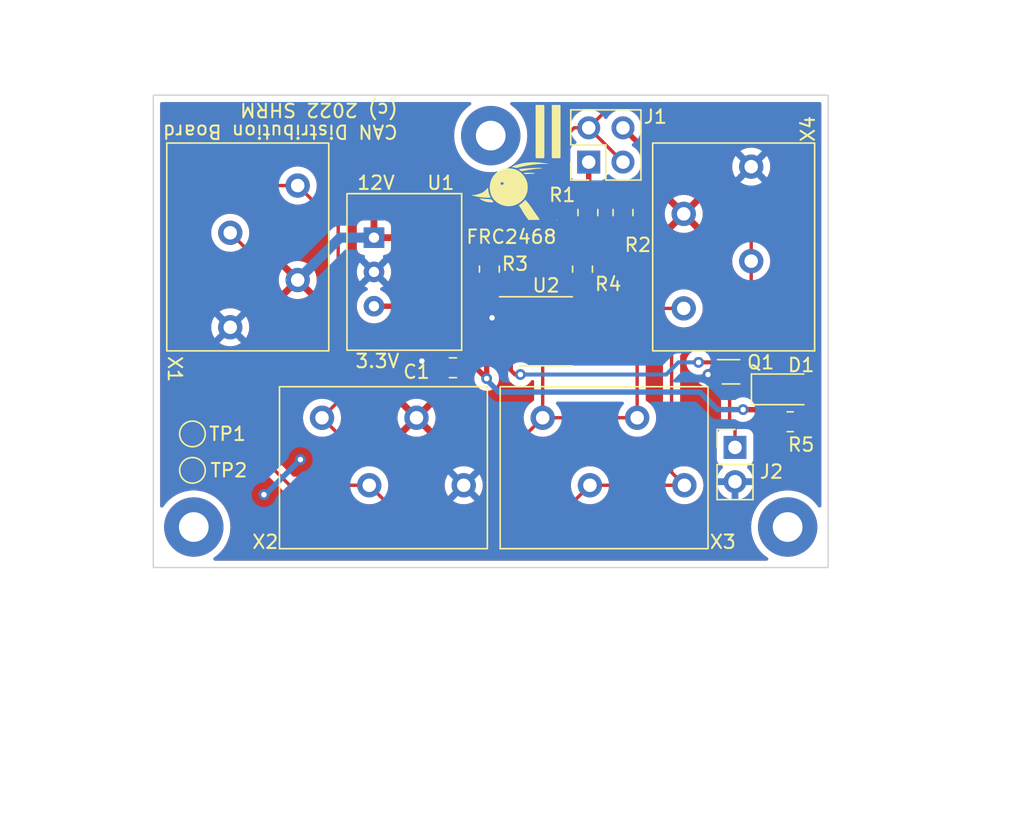
<source format=kicad_pcb>
(kicad_pcb (version 20211014) (generator pcbnew)
  (layers (0 "F.Cu" signal) (31 "B.Cu" signal) (34 "B.Paste" user) (35 "F.Paste" user) (36 "B.SilkS" user "B.Silkscreen") (37 "F.SilkS" user "F.Silkscreen") (38 "B.Mask" user) (39 "F.Mask" user) (44 "Edge.Cuts" user))
  (net 0 "")
  (net 1 "Net-(D1-Pad1)")
  (net 2 "Net-(D1-Pad2)")
  (net 3 "Net-(J1-Pad1)")
  (net 4 "/CAN_L")
  (net 5 "Net-(J1-Pad4)")
  (net 6 "/CAN_RX")
  (net 7 "GND")
  (net 8 "/CAN_H")
  (net 9 "+3.3V")
  (net 10 "Net-(R3-Pad2)")
  (net 11 "Net-(R4-Pad2)")
  (net 12 "+BATT")
  (footprint "Capacitor_SMD:C_0805_2012Metric" (layer "F.Cu") (at 116.2 105.3 180)
    (fp_text reference "C1" (at 2.7 -0.3) (layer "F.SilkS"))
    (fp_text value "0.1U" hide)
    (fp_line (start -0.261252 -0.735) (end 0.261252 -0.735) (layer "F.SilkS") (width 0.12))
    (fp_line (start -0.261252 0.735) (end 0.261252 0.735) (layer "F.SilkS") (width 0.12))
    (pad "1" smd roundrect (at -0.95 0 180) (size 1 1.45) (layers "F.Cu" "F.Paste" "F.Mask") (net 9 "+3.3V"))
    (pad "2" smd roundrect (at 0.95 0 180) (size 1 1.45) (layers "F.Cu" "F.Paste" "F.Mask") (net 7 "GND"))
  )
  (footprint "Resistor_SMD:R_0805_2012Metric" (layer "F.Cu") (at 141.1875 109.3)
    (fp_text reference "R5" (at 0.8125 1.7 180) (layer "F.SilkS"))
    (fp_text value "120" hide)
    (fp_line (start -0.227064 -0.735) (end 0.227064 -0.735) (layer "F.SilkS") (width 0.12))
    (fp_line (start -0.227064 0.735) (end 0.227064 0.735) (layer "F.SilkS") (width 0.12))
    (pad "1" smd roundrect (at -0.9125 0) (size 1.025 1.4) (layers "F.Cu" "F.Paste" "F.Mask") (roundrect_rratio 0.243902439) (net 9 "+3.3V"))
    (pad "2" smd roundrect (at 0.9125 0) (size 1.025 1.4) (layers "F.Cu" "F.Paste" "F.Mask") (roundrect_rratio 0.243902439) (net 2 "Net-(D1-Pad2)"))
  )
  (footprint "Resistor_SMD:R_0805_2012Metric" (layer "F.Cu") (at 126.2 93.8 90)
    (fp_text reference "R1" (at 1.3 -1.9 180) (layer "F.SilkS"))
    (fp_text value "120" hide)
    (fp_line (start -0.227064 0.735) (end 0.227064 0.735) (layer "F.SilkS") (width 0.12))
    (fp_line (start -0.227064 -0.735) (end 0.227064 -0.735) (layer "F.SilkS") (width 0.12))
    (pad "1" smd roundrect (at -0.9125 0 90) (size 1.025 1.4) (layers "F.Cu" "F.Paste" "F.Mask") (roundrect_rratio 0.243902439) (net 8 "/CAN_H"))
    (pad "2" smd roundrect (at 0.9125 0 90) (size 1.025 1.4) (layers "F.Cu" "F.Paste" "F.Mask") (roundrect_rratio 0.243902439) (net 3 "Net-(J1-Pad1)"))
  )
  (footprint "Appreciate:WAGO 250-204" (layer "F.Cu") (at 121.15 118.705)
    (fp_text reference "X3" (at 15.05 -0.505 unlocked) (layer "F.SilkS"))
    (fp_text value "WAGO_250-204" hide)
    (fp_rect (start -1.45 0) (end 13.95 -12) (layer "F.SilkS") (width 0.12) (fill none))
    (pad "1" thru_hole circle (at 1.7 -9.7) (size 1.8 1.8) (drill 1) (layers *.Cu *.Mask) (net 8 "/CAN_H"))
    (pad "2" thru_hole circle (at 5.2 -4.7) (size 1.8 1.8) (drill 1) (layers *.Cu *.Mask) (net 4 "/CAN_L"))
    (pad "3" thru_hole circle (at 8.7 -9.7) (size 1.8 1.8) (drill 1) (layers *.Cu *.Mask) (net 8 "/CAN_H"))
    (pad "4" thru_hole circle (at 12.2 -4.7) (size 1.8 1.8) (drill 1) (layers *.Cu *.Mask) (net 4 "/CAN_L"))
  )
  (footprint "Appreciate:WAGO 250-204" (layer "F.Cu") (at 104.8 118.705)
    (fp_text reference "X2" (at -2.5 -0.505 unlocked) (layer "F.SilkS"))
    (fp_text value "WAGO_250-204" hide)
    (fp_rect (start -1.45 0) (end 13.95 -12) (layer "F.SilkS") (width 0.12) (fill none))
    (pad "1" thru_hole circle (at 1.7 -9.7) (size 1.8 1.8) (drill 1) (layers *.Cu *.Mask) (net 8 "/CAN_H"))
    (pad "2" thru_hole circle (at 5.2 -4.7) (size 1.8 1.8) (drill 1) (layers *.Cu *.Mask) (net 4 "/CAN_L"))
    (pad "3" thru_hole circle (at 8.7 -9.7) (size 1.8 1.8) (drill 1) (layers *.Cu *.Mask) (net 12 "+BATT"))
    (pad "4" thru_hole circle (at 12.2 -4.7) (size 1.8 1.8) (drill 1) (layers *.Cu *.Mask) (net 7 "GND"))
  )
  (footprint "Appreciate:WAGO 250-204" (layer "F.Cu") (at 95 90.1 -90)
    (fp_text reference "X1" (at 15.3 -0.6 -90 unlocked) (layer "F.SilkS"))
    (fp_text value "WAGO_250-204" hide)
    (fp_rect (start -1.45 0) (end 13.95 -12) (layer "F.SilkS") (width 0.12) (fill none))
    (pad "1" thru_hole circle (at 1.7 -9.7 270) (size 1.8 1.8) (drill 1) (layers *.Cu *.Mask) (net 8 "/CAN_H"))
    (pad "2" thru_hole circle (at 5.2 -4.7 270) (size 1.8 1.8) (drill 1) (layers *.Cu *.Mask) (net 4 "/CAN_L"))
    (pad "3" thru_hole circle (at 8.7 -9.7 270) (size 1.8 1.8) (drill 1) (layers *.Cu *.Mask) (net 12 "+BATT"))
    (pad "4" thru_hole circle (at 12.2 -4.7 270) (size 1.8 1.8) (drill 1) (layers *.Cu *.Mask) (net 7 "GND"))
  )
  (footprint "Appreciate:R-78E" (layer "F.Cu") (at 110.35 98.2 -90)
    (fp_text reference "U1" (at -6.6 -4.95 unlocked) (layer "F.SilkS"))
    (fp_text value "R-78E" hide)
    (fp_text user "12V" (at -6.604 -0.15 unlocked) (layer "F.SilkS"))
    (fp_text user "3.3V" (at 6.604 -0.25 unlocked) (layer "F.SilkS"))
    (fp_rect (start -5.8 -6.5) (end 5.8 2) (layer "F.SilkS") (width 0.12) (fill none))
    (pad "1" thru_hole rect (at -2.54 0 270) (size 1.524 1.524) (drill 0.762) (layers *.Cu *.Mask) (net 12 "+BATT"))
    (pad "2" thru_hole circle (at 0 0 270) (size 1.524 1.524) (drill 0.762) (layers *.Cu *.Mask) (net 7 "GND"))
    (pad "3" thru_hole circle (at 2.54 0 270) (size 1.524 1.524) (drill 0.762) (layers *.Cu *.Mask) (net 9 "+3.3V"))
  )
  (footprint "LOGO" (layer "F.Cu") (at 120.7 92.1)
    (fp_text reference "G***" hide)
    (fp_text value "LOGO" hide)
    (fp_poly (pts (xy 1.913529 -1.612956) (xy 2.027994 -1.608028) (xy 2.095237 -1.598176) (xy 2.10874 -1.585518) (xy 2.068515 -1.567943) (xy 1.985846 -1.556428) (xy 1.915173 -1.553808) (xy 1.783659 -1.547239) (xy 1.603859 -1.528767) (xy 1.389396 -1.500244) (xy 1.153894 -1.463519) (xy 0.910978 -1.420444) (xy 0.855456 -1.409827) (xy 0.721232 -1.384099) (xy 0.633459 -1.370926) (xy 0.576174 -1.371583) (xy 0.533419 -1.387349) (xy 0.489233 -1.419501) (xy 0.462668 -1.44126) (xy 0.370405 -1.516694) (xy 0.510234 -1.533172) (xy 0.715192 -1.554849) (xy 0.932945 -1.573567) (xy 1.154917 -1.589047) (xy 1.372535 -1.601006) (xy 1.577225 -1.609165) (xy 1.760414 -1.613242)) (layer "F.SilkS") (width 0) (fill solid))
    (fp_poly (pts (xy -2.457553 0.652201) (xy -2.387091 0.663295) (xy -2.270955 0.675428) (xy -2.126832 0.68694) (xy -2.009205 0.694266) (xy -1.853049 0.703776) (xy -1.746381 0.71433) (xy -1.675307 0.729251) (xy -1.625933 0.75186) (xy -1.584368 0.785478) (xy -1.570379 0.799171) (xy -1.520224 0.86201) (xy -1.502998 0.910599) (xy -1.505305 0.918085) (xy -1.54761 0.936206) (xy -1.634964 0.945402) (xy -1.74955 0.945105) (xy -1.87355 0.93475) (xy -1.902621 0.930722) (xy -2.078791 0.892148) (xy -2.246978 0.834097) (xy -2.385556 0.764848) (xy -2.442371 0.724087) (xy -2.552684 0.629352)) (layer "F.SilkS") (width 0) (fill solid))
    (fp_poly (pts (xy 1.173233 -1.252933) (xy 1.31073 -1.247596) (xy 1.431621 -1.238651) (xy 1.519947 -1.226466) (xy 1.558521 -1.212921) (xy 1.569023 -1.190641) (xy 1.538199 -1.178305) (xy 1.456856 -1.173453) (xy 1.409526 -1.173058) (xy 1.269146 -1.169573) (xy 1.109184 -1.160852) (xy 1.011253 -1.153033) (xy 0.880632 -1.145606) (xy 0.804317 -1.15397) (xy 0.778178 -1.171223) (xy 0.76954 -1.218598) (xy 0.776355 -1.230886) (xy 0.820691 -1.243641) (xy 0.912254 -1.251322) (xy 1.035088 -1.254298)) (layer "F.SilkS") (width 0) (fill solid))
    (fp_poly (pts (xy -0.174329 -1.565625) (xy 0.092865 -1.505977) (xy 0.338788 -1.400343) (xy 0.550834 -1.250438) (xy 0.560158 -1.241962) (xy 0.769832 -1.009562) (xy 0.92166 -0.753375) (xy 1.014415 -0.477375) (xy 1.046871 -0.185536) (xy 1.017802 0.118168) (xy 1.002047 0.190262) (xy 0.908848 0.447122) (xy 0.764851 0.676312) (xy 0.578424 0.872996) (xy 0.357936 1.032337) (xy 0.111758 1.149496) (xy -0.151741 1.219637) (xy -0.424193 1.237923) (xy -0.697227 1.199516) (xy -0.729338 1.19095) (xy -1.024576 1.07954) (xy -1.273816 0.925399) (xy -1.475151 0.73102) (xy -1.626672 0.498897) (xy -1.726471 0.231521) (xy -1.772638 -0.068613) (xy -1.77578 -0.176069) (xy -1.745777 -0.469817) (xy -1.742358 -0.480644) (xy -0.972056 -0.480644) (xy -0.965159 -0.416207) (xy -0.953516 -0.399037) (xy -0.893254 -0.356969) (xy -0.856179 -0.348814) (xy -0.790577 -0.371688) (xy -0.758842 -0.399037) (xy -0.737006 -0.463426) (xy -0.765568 -0.521108) (xy -0.832697 -0.553139) (xy -0.856179 -0.554931) (xy -0.931786 -0.533202) (xy -0.972056 -0.480644) (xy -1.742358 -0.480644) (xy -1.658908 -0.744942) (xy -1.519881 -0.993923) (xy -1.333405 -1.209237) (xy -1.104187 -1.383361) (xy -0.977475 -1.451471) (xy -0.722106 -1.54009) (xy -0.450188 -1.577569)) (layer "F.SilkS") (width 0) (fill solid))
    (fp_poly (pts (xy 1.627634 -2.02484) (xy 1.949354 -2.004754) (xy 2.228638 -1.968782) (xy 2.36816 -1.944348) (xy 2.482738 -1.922503) (xy 2.559029 -1.905904) (xy 2.583677 -1.898054) (xy 2.561392 -1.893352) (xy 2.490418 -1.893076) (xy 2.385332 -1.897221) (xy 2.368648 -1.898158) (xy 2.126491 -1.901289) (xy 1.840713 -1.886985) (xy 1.528084 -1.857171) (xy 1.205376 -1.813773) (xy 0.889361 -1.758717) (xy 0.602497 -1.695351) (xy 0.488544 -1.667613) (xy 0.386995 -1.644032) (xy 0.343833 -1.634676) (xy 0.264235 -1.615959) (xy 0.216991 -1.601841) (xy 0.155679 -1.603951) (xy 0.126842 -1.617076) (xy 0.059482 -1.640975) (xy -0.006056 -1.648453) (xy -0.085112 -1.656603) (xy -0.108825 -1.678049) (xy -0.083236 -1.710144) (xy -0.014384 -1.750238) (xy 0.09169 -1.795684) (xy 0.228945 -1.843833) (xy 0.391341 -1.892037) (xy 0.572838 -1.937646) (xy 0.729003 -1.970734) (xy 0.996295 -2.007858) (xy 1.302893 -2.025884)) (layer "F.SilkS") (width 0) (fill solid))
    (fp_poly (pts (xy 0.88727 0.753121) (xy 0.908075 0.804896) (xy 0.943384 0.850559) (xy 1.029779 0.944312) (xy 1.114021 1.044918) (xy 1.204288 1.163249) (xy 1.30876 1.310174) (xy 1.435617 1.496563) (xy 1.484506 1.569663) (xy 1.58425 1.717382) (xy 1.673212 1.845563) (xy 1.744981 1.945253) (xy 1.793145 2.007493) (xy 1.809833 2.024178) (xy 1.83729 2.060575) (xy 1.839201 2.075789) (xy 1.861461 2.12897) (xy 1.886767 2.156305) (xy 1.92663 2.20208) (xy 1.934333 2.223608) (xy 1.90457 2.233803) (xy 1.823057 2.242178) (xy 1.701453 2.247988) (xy 1.551418 2.250484) (xy 1.51417 2.250512) (xy 1.094008 2.249587) (xy 0.951311 2.054533) (xy 0.880561 1.956296) (xy 0.824738 1.875959) (xy 0.794465 1.828861) (xy 0.792759 1.825557) (xy 0.767178 1.780665) (xy 0.719805 1.704357) (xy 0.689701 1.657497) (xy 0.639685 1.577327) (xy 0.608141 1.520543) (xy 0.602497 1.505589) (xy 0.585915 1.471465) (xy 0.546065 1.408532) (xy 0.497788 1.338676) (xy 0.455929 1.283778) (xy 0.441632 1.268415) (xy 0.416051 1.227929) (xy 0.403751 1.19905) (xy 0.407925 1.154888) (xy 0.458598 1.105243) (xy 0.522017 1.06468) (xy 0.6266 0.989783) (xy 0.732759 0.89313) (xy 0.773323 0.848651) (xy 0.834204 0.782378) (xy 0.875588 0.749448)) (layer "F.SilkS") (width 0) (fill solid))
    (fp_poly (pts (xy -1.906157 -0.098666) (xy -1.885249 -0.028186) (xy -1.87277 0.063709) (xy -1.871344 0.101983) (xy -1.858463 0.192614) (xy -1.828031 0.290934) (xy -1.827487 0.292245) (xy -1.785926 0.399236) (xy -1.750966 0.499438) (xy -1.717868 0.602497) (xy -2.008434 0.598086) (xy -2.176494 0.591105) (xy -2.356311 0.576657) (xy -2.513431 0.557623) (xy -2.536829 0.553901) (xy -2.729325 0.518702) (xy -2.890939 0.483219) (xy -3.013264 0.449697) (xy -3.087896 0.420384) (xy -3.107615 0.401338) (xy -3.084404 0.386211) (xy -3.062099 0.391205) (xy -2.979933 0.40082) (xy -2.859948 0.387959) (xy -2.716752 0.357283) (xy -2.564952 0.31345) (xy -2.419157 0.26112) (xy -2.293974 0.204953) (xy -2.204013 0.149606) (xy -2.165572 0.105254) (xy -2.129058 0.066853) (xy -2.113274 0.06333) (xy -2.073096 0.039155) (xy -2.021648 -0.02008) (xy -2.013608 -0.03171) (xy -1.966747 -0.09437) (xy -1.933387 -0.125873) (xy -1.930102 -0.12675)) (layer "F.SilkS") (width 0) (fill solid))
    (fp_poly (pts (xy 3.234457 2.220721) (xy 3.208758 2.247976) (xy 3.186892 2.251436) (xy 3.144584 2.244651) (xy 3.139326 2.238973) (xy 3.164122 2.218526) (xy 3.186892 2.208258) (xy 3.227724 2.207599)) (layer "F.SilkS") (width 0) (fill solid))
  )
  (footprint "Appreciate:WAGO 250-204" (layer "F.Cu") (at 143 102.6 90)
    (fp_text reference "X4" (at 15 -0.5 90 unlocked) (layer "F.SilkS"))
    (fp_text value "WAGO_250-204" hide)
    (fp_rect (start -1.45 0) (end 13.95 -12) (layer "F.SilkS") (width 0.12) (fill none))
    (pad "1" thru_hole circle (at 1.7 -9.7 90) (size 1.8 1.8) (drill 1) (layers *.Cu *.Mask) (net 8 "/CAN_H"))
    (pad "2" thru_hole circle (at 5.2 -4.7 90) (size 1.8 1.8) (drill 1) (layers *.Cu *.Mask) (net 4 "/CAN_L"))
    (pad "3" thru_hole circle (at 8.7 -9.7 90) (size 1.8 1.8) (drill 1) (layers *.Cu *.Mask) (net 12 "+BATT"))
    (pad "4" thru_hole circle (at 12.2 -4.7 90) (size 1.8 1.8) (drill 1) (layers *.Cu *.Mask) (net 7 "GND"))
  )
  (footprint "Resistor_SMD:R_0805_2012Metric" (layer "F.Cu") (at 118.9 97.9875 -90)
    (fp_text reference "R3" (at -0.3875 -1.9 180) (layer "F.SilkS"))
    (fp_text value "5K" hide)
    (fp_line (start -0.227064 -0.735) (end 0.227064 -0.735) (layer "F.SilkS") (width 0.12))
    (fp_line (start -0.227064 0.735) (end 0.227064 0.735) (layer "F.SilkS") (width 0.12))
    (pad "1" smd roundrect (at -0.9125 0 270) (size 1.025 1.4) (layers "F.Cu" "F.Paste" "F.Mask") (roundrect_rratio 0.243902439) (net 9 "+3.3V"))
    (pad "2" smd roundrect (at 0.9125 0 270) (size 1.025 1.4) (layers "F.Cu" "F.Paste" "F.Mask") (roundrect_rratio 0.243902439) (net 10 "Net-(R3-Pad2)"))
  )
  (footprint "Package_TO_SOT_SMD:SOT-523" (layer "F.Cu") (at 136.8 105.6)
    (fp_text reference "Q1" (at 2.2 -0.7) (layer "F.SilkS"))
    (fp_text value "DMG1012T" hide)
    (fp_line (start -1 -0.9) (end 0.65 -0.9) (layer "F.SilkS") (width 0.12))
    (fp_line (start 0.65 0.9) (end -0.65 0.9) (layer "F.SilkS") (width 0.12))
    (pad "1" smd rect (at -0.645 -0.5 180) (size 0.51 0.4) (layers "F.Cu" "F.Paste" "F.Mask") (net 6 "/CAN_RX"))
    (pad "2" smd rect (at -0.645 0.5 180) (size 0.51 0.4) (layers "F.Cu" "F.Paste" "F.Mask") (net 7 "GND"))
    (pad "3" smd rect (at 0.645 0 180) (size 0.51 0.4) (layers "F.Cu" "F.Paste" "F.Mask") (net 1 "Net-(D1-Pad1)"))
  )
  (footprint "Resistor_SMD:R_0805_2012Metric" (layer "F.Cu") (at 125.8 97.9875 -90)
    (fp_text reference "R4" (at 1.1125 -1.9 180) (layer "F.SilkS"))
    (fp_text value "5K" hide)
    (fp_line (start -0.227064 -0.735) (end 0.227064 -0.735) (layer "F.SilkS") (width 0.12))
    (fp_line (start -0.227064 0.735) (end 0.227064 0.735) (layer "F.SilkS") (width 0.12))
    (pad "1" smd roundrect (at -0.9125 0 270) (size 1.025 1.4) (layers "F.Cu" "F.Paste" "F.Mask") (roundrect_rratio 0.243902439) (net 9 "+3.3V"))
    (pad "2" smd roundrect (at 0.9125 0 270) (size 1.025 1.4) (layers "F.Cu" "F.Paste" "F.Mask") (roundrect_rratio 0.243902439) (net 11 "Net-(R4-Pad2)"))
  )
  (footprint "TestPoint:TestPoint_Pad_D1.5mm" (layer "F.Cu") (at 96.9 110.2 -90)
    (fp_text reference "TP1" (at 0 -2.6 180) (layer "F.SilkS"))
    (fp_text value "H")
    (fp_circle (center 0 0) (end 0 0.95) (layer "F.SilkS") (width 0.12) (fill none))
    (pad "1" smd circle (at 0 0 270) (size 1.5 1.5) (layers "F.Cu" "F.Mask") (net 8 "/CAN_H"))
  )
  (footprint "MountingHole:MountingHole_2.2mm_M2_Pad" (layer "F.Cu") (at 141 117.1)
    (fp_text reference "H2" hide)
    (fp_text value "MountingHole_Pad" hide)
    (pad "1" thru_hole circle (at 0 0) (size 4.4 4.4) (drill 2.2) (layers *.Cu *.Mask))
  )
  (footprint "Package_SO:SOIC-8_3.9x4.9mm_P1.27mm" (layer "F.Cu") (at 123.1 102.6)
    (fp_text reference "U2" (at 0 -3.4) (layer "F.SilkS"))
    (fp_text value "SN65HVD230" hide)
    (fp_line (start 0 -2.56) (end 1.95 -2.56) (layer "F.SilkS") (width 0.12))
    (fp_line (start 0 2.56) (end 1.95 2.56) (layer "F.SilkS") (width 0.12))
    (fp_line (start 0 -2.56) (end -3.45 -2.56) (layer "F.SilkS") (width 0.12))
    (fp_line (start 0 2.56) (end -1.95 2.56) (layer "F.SilkS") (width 0.12))
    (pad "1" smd roundrect (at -2.475 -1.905) (size 1.95 0.6) (layers "F.Cu" "F.Paste" "F.Mask") (net 10 "Net-(R3-Pad2)"))
    (pad "2" smd roundrect (at -2.475 -0.635) (size 1.95 0.6) (layers "F.Cu" "F.Paste" "F.Mask") (net 7 "GND"))
    (pad "3" smd roundrect (at -2.475 0.635) (size 1.95 0.6) (layers "F.Cu" "F.Paste" "F.Mask") (net 9 "+3.3V"))
    (pad "4" smd roundrect (at -2.475 1.905) (size 1.95 0.6) (layers "F.Cu" "F.Paste" "F.Mask") (net 6 "/CAN_RX"))
    (pad "5" smd roundrect (at 2.475 1.905) (size 1.95 0.6) (layers "F.Cu" "F.Paste" "F.Mask"))
    (pad "6" smd roundrect (at 2.475 0.635) (size 1.95 0.6) (layers "F.Cu" "F.Paste" "F.Mask") (net 4 "/CAN_L"))
    (pad "7" smd roundrect (at 2.475 -0.635) (size 1.95 0.6) (layers "F.Cu" "F.Paste" "F.Mask") (net 8 "/CAN_H"))
    (pad "8" smd roundrect (at 2.475 -1.905) (size 1.95 0.6) (layers "F.Cu" "F.Paste" "F.Mask") (net 11 "Net-(R4-Pad2)"))
  )
  (footprint "Connector_PinHeader_2.54mm:PinHeader_2x02_P2.54mm_Vertical" (layer "F.Cu") (at 126.26 90.0625 90)
    (fp_text reference "J1" (at 3.3625 4.94) (layer "F.SilkS"))
    (fp_text value "Conn_02x02_Counter_Clockwise" hide)
    (fp_line (start -1.33 3.87) (end 3.87 3.87) (layer "F.SilkS") (width 0.12))
    (fp_line (start -1.33 -1.33) (end 0 -1.33) (layer "F.SilkS") (width 0.12))
    (fp_line (start -1.33 1.27) (end 1.27 1.27) (layer "F.SilkS") (width 0.12))
    (fp_line (start 1.27 -1.33) (end 3.87 -1.33) (layer "F.SilkS") (width 0.12))
    (fp_line (start -1.33 1.27) (end -1.33 3.87) (layer "F.SilkS") (width 0.12))
    (fp_line (start 1.27 1.27) (end 1.27 -1.33) (layer "F.SilkS") (width 0.12))
    (fp_line (start -1.33 0) (end -1.33 -1.33) (layer "F.SilkS") (width 0.12))
    (fp_line (start 3.87 -1.33) (end 3.87 3.87) (layer "F.SilkS") (width 0.12))
    (pad "1" thru_hole rect (at 0 0 90) (size 1.7 1.7) (drill 1) (layers *.Cu *.Mask) (net 3 "Net-(J1-Pad1)"))
    (pad "2" thru_hole oval (at 2.54 0 90) (size 1.7 1.7) (drill 1) (layers *.Cu *.Mask) (net 4 "/CAN_L"))
    (pad "3" thru_hole oval (at 0 2.54 90) (size 1.7 1.7) (drill 1) (layers *.Cu *.Mask) (net 4 "/CAN_L"))
    (pad "4" thru_hole oval (at 2.54 2.54 90) (size 1.7 1.7) (drill 1) (layers *.Cu *.Mask) (net 5 "Net-(J1-Pad4)"))
  )
  (footprint "MountingHole:MountingHole_2.2mm_M2_Pad" (layer "F.Cu") (at 119 88.1)
    (fp_text reference "H1" hide)
    (fp_text value "MountingHole_Pad" hide)
    (pad "1" thru_hole circle (at 0 0) (size 4.4 4.4) (drill 2.2) (layers *.Cu *.Mask))
  )
  (footprint "Resistor_SMD:R_0805_2012Metric" (layer "F.Cu") (at 128.8 93.8 90)
    (fp_text reference "R2" (at -2.4 1.1 180) (layer "F.SilkS"))
    (fp_text value "120" hide)
    (fp_line (start -0.227064 0.735) (end 0.227064 0.735) (layer "F.SilkS") (width 0.12))
    (fp_line (start -0.227064 -0.735) (end 0.227064 -0.735) (layer "F.SilkS") (width 0.12))
    (pad "1" smd roundrect (at -0.9125 0 90) (size 1.025 1.4) (layers "F.Cu" "F.Paste" "F.Mask") (roundrect_rratio 0.243902439) (net 8 "/CAN_H"))
    (pad "2" smd roundrect (at 0.9125 0 90) (size 1.025 1.4) (layers "F.Cu" "F.Paste" "F.Mask") (roundrect_rratio 0.243902439) (net 5 "Net-(J1-Pad4)"))
  )
  (footprint "MountingHole:MountingHole_2.2mm_M2_Pad" (layer "F.Cu") (at 97 117.1)
    (fp_text reference "H3" hide)
    (fp_text value "MountingHole_Pad" hide)
    (pad "1" thru_hole circle (at 0 0) (size 4.4 4.4) (drill 2.2) (layers *.Cu *.Mask))
  )
  (footprint "TestPoint:TestPoint_Pad_D1.5mm" (layer "F.Cu") (at 96.9 112.9 90)
    (fp_text reference "TP2" (at 0 2.7 180) (layer "F.SilkS"))
    (fp_text value "L")
    (fp_circle (center 0 0) (end 0 0.95) (layer "F.SilkS") (width 0.12) (fill none))
    (pad "1" smd circle (at 0 0 90) (size 1.5 1.5) (layers "F.Cu" "F.Mask") (net 4 "/CAN_L"))
  )
  (footprint "Connector_PinHeader_2.54mm:PinHeader_1x02_P2.54mm_Vertical" (layer "F.Cu") (at 137.1 111.2)
    (fp_text reference "J2" (at 2.7 1.8) (layer "F.SilkS"))
    (fp_text value "Conn_01x02" hide)
    (fp_line (start -1.33 1.27) (end 1.33 1.27) (layer "F.SilkS") (width 0.12))
    (fp_line (start -1.33 -1.33) (end 0 -1.33) (layer "F.SilkS") (width 0.12))
    (fp_line (start -1.33 0) (end -1.33 -1.33) (layer "F.SilkS") (width 0.12))
    (fp_line (start -1.33 1.27) (end -1.33 3.87) (layer "F.SilkS") (width 0.12))
    (fp_line (start 1.33 1.27) (end 1.33 3.87) (layer "F.SilkS") (width 0.12))
    (fp_line (start -1.33 3.87) (end 1.33 3.87) (layer "F.SilkS") (width 0.12))
    (pad "1" thru_hole rect (at 0 0) (size 1.7 1.7) (drill 1) (layers *.Cu *.Mask) (net 6 "/CAN_RX"))
    (pad "2" thru_hole oval (at 0 2.54) (size 1.7 1.7) (drill 1) (layers *.Cu *.Mask) (net 7 "GND"))
  )
  (footprint "LED_SMD:LED_1206_3216Metric" (layer "F.Cu") (at 140.6 106.9)
    (fp_text reference "D1" (at 1.4 -1.8 180) (layer "F.SilkS"))
    (fp_text value "LED" hide)
    (fp_line (start -2.285 -1.135) (end -2.285 1.135) (layer "F.SilkS") (width 0.12))
    (fp_line (start -2.285 1.135) (end 1.6 1.135) (layer "F.SilkS") (width 0.12))
    (fp_line (start 1.6 -1.135) (end -2.285 -1.135) (layer "F.SilkS") (width 0.12))
    (pad "1" smd roundrect (at -1.4 0) (size 1.25 1.75) (layers "F.Cu" "F.Paste" "F.Mask") (roundrect_rratio 0.2) (net 1 "Net-(D1-Pad1)"))
    (pad "2" smd roundrect (at 1.4 0) (size 1.25 1.75) (layers "F.Cu" "F.Paste" "F.Mask") (roundrect_rratio 0.2) (net 2 "Net-(D1-Pad2)"))
  )
  (gr_rect (start 124.1 85.9) (end 123.6 89.7) (layer "F.SilkS") (width 0.15) (fill solid))
  (gr_rect (start 122.9 85.9) (end 122.4 89.7) (layer "F.SilkS") (width 0.15) (fill solid))
  (gr_rect (start 94 85.1) (end 144 120.1) (layer "Edge.Cuts") (width 0.1) (fill none))
  (gr_text "CAN Distribution Board\n(c) 2022 SHRM" (at 112.2 87 180) (layer "F.SilkS") (effects (font (size 1 1)) (justify left)))
  (gr_text "FRC2468" (at 117.1 95.6) (layer "F.SilkS") (effects (font (size 1 1)) (justify left)))
  (segment (start 138.1 105.6) (end 139.2 106.7) (width 0.3) (layer "F.Cu") (net 1))
  (segment (start 139.2 106.7) (end 139.2 106.9) (width 0.3) (layer "F.Cu") (net 1))
  (segment (start 137.445 105.6) (end 138.1 105.6) (width 0.3) (layer "F.Cu") (net 1))
  (segment (start 142 106.9) (end 142 109.2) (width 0.4) (layer "F.Cu") (net 2))
  (segment (start 142 109.2) (end 142.1 109.3) (width 0.4) (layer "F.Cu") (net 2))
  (segment (start 126.26 92.8275) (end 126.26 90.0625) (width 0.4) (layer "F.Cu") (net 3))
  (segment (start 126.2 92.8875) (end 126.26 92.8275) (width 0.25) (layer "F.Cu") (net 3))
  (segment (start 135.6 92.2) (end 138.3 94.9) (width 0.25) (layer "F.Cu") (net 4))
  (segment (start 127.7825 86) (end 132.6 86) (width 0.25) (layer "F.Cu") (net 4))
  (segment (start 138.3 94.9) (end 138.3 97.4) (width 0.25) (layer "F.Cu") (net 4))
  (segment (start 126.35 114.005) (end 133.35 114.005) (width 0.25) (layer "F.Cu") (net 4))
  (segment (start 102.3 97.9) (end 102.3 112.1) (width 0.25) (layer "F.Cu") (net 4))
  (segment (start 135.6 89) (end 135.6 92.2) (width 0.25) (layer "F.Cu") (net 4))
  (segment (start 102.3 112.2) (end 104.105 114.005) (width 0.25) (layer "F.Cu") (net 4))
  (segment (start 132.4 104.1) (end 132.4 113.055) (width 0.25) (layer "F.Cu") (net 4))
  (segment (start 101.5 112.9) (end 102.3 112.1) (width 0.25) (layer "F.Cu") (net 4))
  (segment (start 138.3 101.7) (end 136.7 103.3) (width 0.25) (layer "F.Cu") (net 4))
  (segment (start 136.7 103.3) (end 133.4 103.3) (width 0.25) (layer "F.Cu") (net 4))
  (segment (start 123.955 116.4) (end 126.35 114.005) (width 0.25) (layer "F.Cu") (net 4))
  (segment (start 133.3 103.2) (end 132.4 104.1) (width 0.25) (layer "F.Cu") (net 4))
  (segment (start 104.105 114.005) (end 110 114.005) (width 0.25) (layer "F.Cu") (net 4))
  (segment (start 126.865 103.235) (end 127.8 102.3) (width 0.25) (layer "F.Cu") (net 4))
  (segment (start 124.2 88.5) (end 125.1775 87.5225) (width 0.25) (layer "F.Cu") (net 4))
  (segment (start 125.3 95.9) (end 124.2 94.8) (width 0.25) (layer "F.Cu") (net 4))
  (segment (start 99.7 95.3) (end 102.3 97.9) (width 0.25) (layer "F.Cu") (net 4))
  (segment (start 110 114.005) (end 112.395 116.4) (width 0.25) (layer "F.Cu") (net 4))
  (segment (start 102.3 112.1) (end 102.3 112.2) (width 0.25) (layer "F.Cu") (net 4))
  (segment (start 126.26 87.5225) (end 128.8 90.0625) (width 0.25) (layer "F.Cu") (net 4))
  (segment (start 133.4 103.3) (end 133.3 103.2) (width 0.25) (layer "F.Cu") (net 4))
  (segment (start 127.8 102.3) (end 127.8 96.6) (width 0.25) (layer "F.Cu") (net 4))
  (segment (start 96.9 112.9) (end 101.5 112.9) (width 0.25) (layer "F.Cu") (net 4))
  (segment (start 127.1 95.9) (end 125.3 95.9) (width 0.25) (layer "F.Cu") (net 4))
  (segment (start 124.2 94.8) (end 124.2 88.5) (width 0.25) (layer "F.Cu") (net 4))
  (segment (start 125.575 103.235) (end 126.865 103.235) (width 0.25) (layer "F.Cu") (net 4))
  (segment (start 132.6 86) (end 135.6 89) (width 0.25) (layer "F.Cu") (net 4))
  (segment (start 112.395 116.4) (end 123.955 116.4) (width 0.25) (layer "F.Cu") (net 4))
  (segment (start 125.1775 87.5225) (end 126.26 87.5225) (width 0.25) (layer "F.Cu") (net 4))
  (segment (start 126.26 87.5225) (end 127.7825 86) (width 0.25) (layer "F.Cu") (net 4))
  (segment (start 138.3 97.4) (end 138.3 101.7) (width 0.25) (layer "F.Cu") (net 4))
  (segment (start 132.4 113.055) (end 133.35 114.005) (width 0.25) (layer "F.Cu") (net 4))
  (segment (start 127.8 96.6) (end 127.1 95.9) (width 0.25) (layer "F.Cu") (net 4))
  (segment (start 130.7 89.4225) (end 128.8 87.5225) (width 0.4) (layer "F.Cu") (net 5))
  (segment (start 128.8 92.8875) (end 130.7 90.9875) (width 0.4) (layer "F.Cu") (net 5))
  (segment (start 130.7 90.9875) (end 130.7 89.4225) (width 0.4) (layer "F.Cu") (net 5))
  (segment (start 136.865 105.565) (end 136.4 105.1) (width 0.25) (layer "F.Cu") (net 6))
  (segment (start 137.1 111.2) (end 137.1 109.6) (width 0.25) (layer "F.Cu") (net 6))
  (segment (start 136.865 106.835) (end 136.865 105.565) (width 0.25) (layer "F.Cu") (net 6))
  (segment (start 120.5 104.63) (end 120.625 104.505) (width 0.3) (layer "F.Cu") (net 6))
  (segment (start 120.8 105.8) (end 120.5 105.5) (width 0.3) (layer "F.Cu") (net 6))
  (segment (start 137.1 109.6) (end 136.7 109.2) (width 0.25) (layer "F.Cu") (net 6))
  (segment (start 121.2 105.8) (end 120.8 105.8) (width 0.3) (layer "F.Cu") (net 6))
  (segment (start 120.5 105.5) (end 120.5 104.63) (width 0.3) (layer "F.Cu") (net 6))
  (segment (start 134.4 104.9) (end 135.955 104.9) (width 0.3) (layer "F.Cu") (net 6))
  (segment (start 136.7 109.2) (end 136.7 107) (width 0.25) (layer "F.Cu") (net 6))
  (segment (start 136.4 105.1) (end 136.155 105.1) (width 0.25) (layer "F.Cu") (net 6))
  (segment (start 135.955 104.9) (end 136.155 105.1) (width 0.3) (layer "F.Cu") (net 6))
  (segment (start 136.7 107) (end 136.865 106.835) (width 0.25) (layer "F.Cu") (net 6))
  (via (at 134.4 104.9) (size 0.8) (drill 0.4) (layers "F.Cu" "B.Cu") (net 6))
  (via (at 121.2 105.8) (size 0.8) (drill 0.4) (layers "F.Cu" "B.Cu") (net 6))
  (segment (start 132 105.8) (end 132.9 104.9) (width 0.3) (layer "B.Cu") (net 6))
  (segment (start 132.9 104.9) (end 134.4 104.9) (width 0.3) (layer "B.Cu") (net 6))
  (segment (start 121.2 105.8) (end 132 105.8) (width 0.3) (layer "B.Cu") (net 6))
  (segment (start 136 105.8) (end 135.1 105.8) (width 0.25) (layer "F.Cu") (net 7))
  (segment (start 136.155 105.955) (end 136 105.8) (width 0.25) (layer "F.Cu") (net 7))
  (segment (start 120.625 101.965) (end 119.465 101.965) (width 0.25) (layer "F.Cu") (net 7))
  (segment (start 136.155 106.1) (end 136.155 105.955) (width 0.25) (layer "F.Cu") (net 7))
  (segment (start 115.25 105.3) (end 114.4 105.3) (width 0.25) (layer "F.Cu") (net 7))
  (segment (start 114.4 105.3) (end 113.9 104.8) (width 0.25) (layer "F.Cu") (net 7))
  (segment (start 119.465 101.965) (end 119.1 101.6) (width 0.25) (layer "F.Cu") (net 7))
  (via (at 135.1 105.8) (size 0.8) (drill 0.4) (layers "F.Cu" "B.Cu") (net 7))
  (via (at 119.1 101.6) (size 0.8) (drill 0.4) (layers "F.Cu" "B.Cu") (net 7))
  (via (at 113.9 104.8) (size 0.8) (drill 0.4) (layers "F.Cu" "B.Cu") (net 7))
  (segment (start 130.8 100.9) (end 130.7 100.9) (width 0.25) (layer "F.Cu") (net 8))
  (segment (start 129.85 101.85) (end 129.85 109.005) (width 0.25) (layer "F.Cu") (net 8))
  (segment (start 133.3 100.9) (end 130.8 100.9) (width 0.25) (layer "F.Cu") (net 8))
  (segment (start 104.7 91.8) (end 99.4 91.8) (width 0.25) (layer "F.Cu") (net 8))
  (segment (start 122.85 109.005) (end 129.85 109.005) (width 0.25) (layer "F.Cu") (net 8))
  (segment (start 130.7 100.9) (end 129.8 101.8) (width 0.25) (layer "F.Cu") (net 8))
  (segment (start 106.5 109.005) (end 107.7 107.805) (width 0.25) (layer "F.Cu") (net 8))
  (segment (start 108.995 111.5) (end 120.355 111.5) (width 0.25) (layer "F.Cu") (net 8))
  (segment (start 107.7 107.805) (end 107.7 94.8) (width 0.25) (layer "F.Cu") (net 8))
  (segment (start 122.85 103.65) (end 122.85 109.005) (width 0.25) (layer "F.Cu") (net 8))
  (segment (start 128.8 94.7125) (end 128.8 96.5) (width 0.25) (layer "F.Cu") (net 8))
  (segment (start 125.575 101.965) (end 124.435 101.965) (width 0.25) (layer "F.Cu") (net 8))
  (segment (start 126.2 94.7125) (end 128.8 94.7125) (width 0.25) (layer "F.Cu") (net 8))
  (segment (start 130.8 98.5) (end 130.8 100.9) (width 0.25) (layer "F.Cu") (net 8))
  (segment (start 128.8 96.5) (end 130.8 98.5) (width 0.25) (layer "F.Cu") (net 8))
  (segment (start 120.355 111.5) (end 122.85 109.005) (width 0.25) (layer "F.Cu") (net 8))
  (segment (start 99.4 91.8) (end 96.9 94.3) (width 0.25) (layer "F.Cu") (net 8))
  (segment (start 107.7 94.8) (end 104.7 91.8) (width 0.25) (layer "F.Cu") (net 8))
  (segment (start 106.5 109.005) (end 108.995 111.5) (width 0.25) (layer "F.Cu") (net 8))
  (segment (start 129.8 101.8) (end 129.85 101.85) (width 0.25) (layer "F.Cu") (net 8))
  (segment (start 122.8 103.6) (end 122.85 103.65) (width 0.25) (layer "F.Cu") (net 8))
  (segment (start 124.435 101.965) (end 122.8 103.6) (width 0.25) (layer "F.Cu") (net 8))
  (segment (start 96.9 94.3) (end 96.9 110.2) (width 0.25) (layer "F.Cu") (net 8))
  (segment (start 117.9 105.3) (end 118.7 106.1) (width 0.4) (layer "F.Cu") (net 9))
  (segment (start 118.7 106.1) (end 118.7 103.9) (width 0.4) (layer "F.Cu") (net 9))
  (segment (start 117.2 97.7) (end 117.2 100.9) (width 0.4) (layer "F.Cu") (net 9))
  (segment (start 118.9 97.075) (end 125.8 97.075) (width 0.4) (layer "F.Cu") (net 9))
  (segment (start 118.7 103.9) (end 118.7 103.8) (width 0.4) (layer "F.Cu") (net 9))
  (segment (start 118.9 97.075) (end 117.825 97.075) (width 0.4) (layer "F.Cu") (net 9))
  (segment (start 114.15 102.35) (end 115.7 103.9) (width 0.4) (layer "F.Cu") (net 9))
  (segment (start 110.35 100.74) (end 112.54 100.74) (width 0.4) (layer "F.Cu") (net 9))
  (segment (start 112.54 100.74) (end 114.15 102.35) (width 0.4) (layer "F.Cu") (net 9))
  (segment (start 119.265 103.235) (end 120.625 103.235) (width 0.4) (layer "F.Cu") (net 9))
  (segment (start 118.7 103.8) (end 119.265 103.235) (width 0.4) (layer "F.Cu") (net 9))
  (segment (start 115.75 102.35) (end 114.15 102.35) (width 0.4) (layer "F.Cu") (net 9))
  (segment (start 138.6 108.4) (end 137.7 108.4) (width 0.4) (layer "F.Cu") (net 9))
  (segment (start 117.15 105.3) (end 117.9 105.3) (width 0.4) (layer "F.Cu") (net 9))
  (segment (start 117.2 100.9) (end 115.75 102.35) (width 0.4) (layer "F.Cu") (net 9))
  (segment (start 140.275 109.3) (end 139.5 109.3) (width 0.4) (layer "F.Cu") (net 9))
  (segment (start 117.825 97.075) (end 117.2 97.7) (width 0.4) (layer "F.Cu") (net 9))
  (segment (start 115.7 103.9) (end 118.7 103.9) (width 0.4) (layer "F.Cu") (net 9))
  (segment (start 138.6 108.4) (end 139.5 109.3) (width 0.4) (layer "F.Cu") (net 9))
  (via (at 118.7 106.1) (size 0.8) (drill 0.4) (layers "F.Cu" "B.Cu") (net 9))
  (via (at 137.7 108.4) (size 0.8) (drill 0.4) (layers "F.Cu" "B.Cu") (net 9))
  (segment (start 135.8 108.4) (end 134.5 107.1) (width 0.4) (layer "B.Cu") (net 9))
  (segment (start 137.7 108.4) (end 135.8 108.4) (width 0.4) (layer "B.Cu") (net 9))
  (segment (start 119.6 107.1) (end 118.7 106.2) (width 0.4) (layer "B.Cu") (net 9))
  (segment (start 134.5 107.1) (end 119.6 107.1) (width 0.4) (layer "B.Cu") (net 9))
  (segment (start 118.7 106.2) (end 118.7 106.1) (width 0.4) (layer "B.Cu") (net 9))
  (segment (start 118.9 100) (end 118.9 98.9) (width 0.25) (layer "F.Cu") (net 10))
  (segment (start 119.595 100.695) (end 118.9 100) (width 0.25) (layer "F.Cu") (net 10))
  (segment (start 120.625 100.695) (end 119.595 100.695) (width 0.25) (layer "F.Cu") (net 10))
  (segment (start 125.8 98.9) (end 125.8 100.47) (width 0.25) (layer "F.Cu") (net 11))
  (segment (start 125.8 100.47) (end 125.575 100.695) (width 0.25) (layer "F.Cu") (net 11))
  (via (at 104.9 112.1) (size 0.8) (drill 0.4) (layers "F.Cu" "B.Cu") (net 12))
  (via (at 102.2 114.7) (size 0.8) (drill 0.4) (layers "F.Cu" "B.Cu") (net 12))
  (segment (start 110.35 95.66) (end 107.84 95.66) (width 0.75) (layer "B.Cu") (net 12))
  (segment (start 107.84 95.66) (end 104.7 98.8) (width 0.75) (layer "B.Cu") (net 12))
  (segment (start 102.3 114.7) (end 102.2 114.7) (width 0.25) (layer "B.Cu") (net 12))
  (segment (start 104.9 112.1) (end 102.3 114.7) (width 0.4) (layer "B.Cu") (net 12))
  (zone (net 12) (net_name "+BATT") (layer "F.Cu") (connect_pads (clearance 0.508)) (min_thickness 0.254) (fill yes (thermal_gap 0.508) (thermal_bridge_width 0.508))
    (polygon (pts (xy 143.6 119.7) (xy 94.4 119.7) (xy 94.4 85.5) (xy 143.6 85.5)))
  )
  (zone (net 7) (net_name "GND") (layer "B.Cu") (connect_pads (clearance 0.508)) (min_thickness 0.254) (fill yes (thermal_gap 0.508) (thermal_bridge_width 0.508))
    (polygon (pts (xy 143.6 119.7) (xy 94.4 119.7) (xy 94.4 85.5) (xy 143.6 85.5)))
  )
)
</source>
